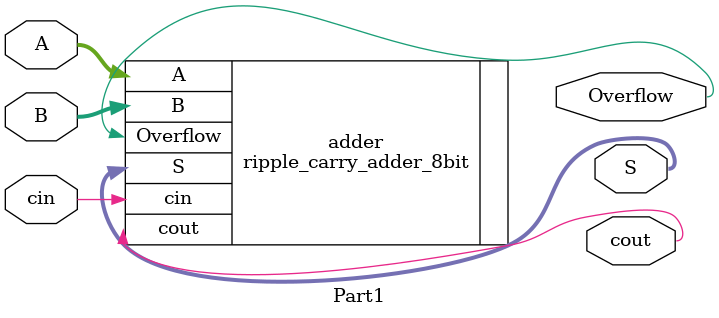
<source format=v>


module Part1(

	
	 input  [7:0] A,    
    input  [7:0] B,    
    input  cin,        
    output [7:0] S,    
    output cout,       
    output Overflow    
);



//=======================================================
//  REG/WIRE declarations
//=======================================================




//=======================================================
//  Structural coding
//=======================================================
 
    ripple_carry_adder_8bit adder(
        .A(A),
        .B(B),
        .cin(cin),
        .S(S),
        .cout(cout),
        .Overflow(Overflow)
    );
endmodule

</source>
